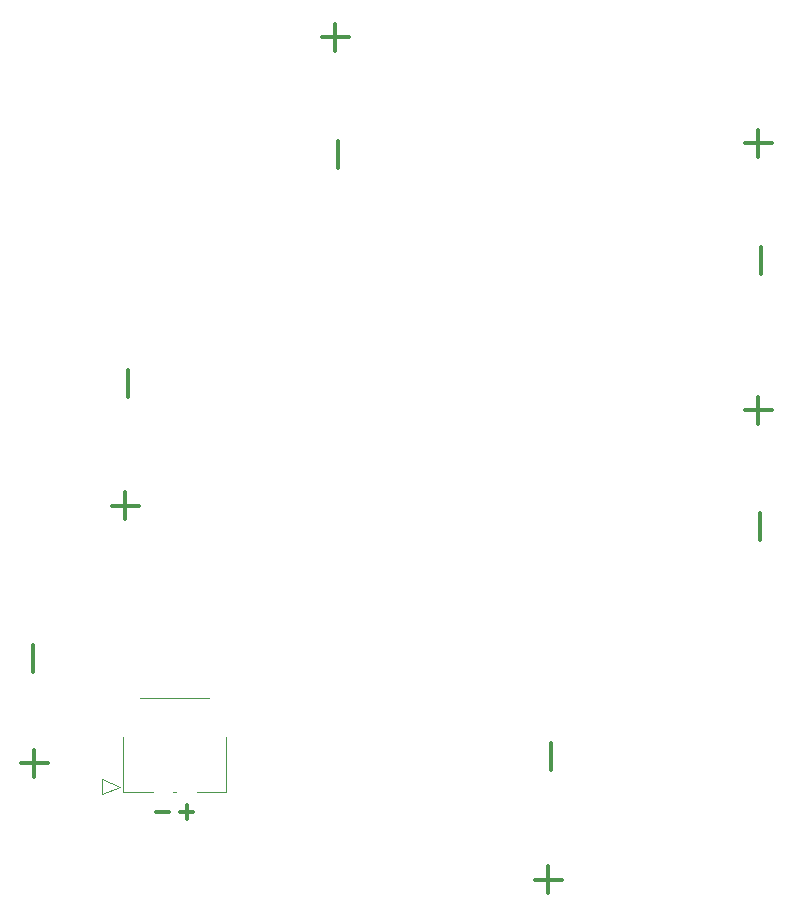
<source format=gbo>
G04 #@! TF.GenerationSoftware,KiCad,Pcbnew,7.0.1-0*
G04 #@! TF.CreationDate,2023-03-19T01:45:58-04:00*
G04 #@! TF.ProjectId,new-solar-cell-burn-wire,6e65772d-736f-46c6-9172-2d63656c6c2d,2*
G04 #@! TF.SameCoordinates,Original*
G04 #@! TF.FileFunction,Legend,Bot*
G04 #@! TF.FilePolarity,Positive*
%FSLAX46Y46*%
G04 Gerber Fmt 4.6, Leading zero omitted, Abs format (unit mm)*
G04 Created by KiCad (PCBNEW 7.0.1-0) date 2023-03-19 01:45:58*
%MOMM*%
%LPD*%
G01*
G04 APERTURE LIST*
%ADD10C,0.300000*%
%ADD11C,0.120000*%
%ADD12C,3.000000*%
%ADD13C,5.600000*%
%ADD14R,1.100000X1.450000*%
%ADD15R,1.350000X2.899999*%
G04 APERTURE END LIST*
D10*
X143542857Y-86645000D02*
X141257143Y-86645000D01*
X142400000Y-87787857D02*
X142400000Y-85502142D01*
X81045000Y-106557142D02*
X81045000Y-108842857D01*
X142555000Y-97642857D02*
X142555000Y-95357143D01*
X87657142Y-94755000D02*
X89942857Y-94755000D01*
X88799999Y-93612142D02*
X88799999Y-95897857D01*
X91378571Y-120652500D02*
X92521429Y-120652500D01*
X94571428Y-120672500D02*
X93428571Y-120672500D01*
X93999999Y-121243928D02*
X93999999Y-120101071D01*
X89045000Y-83257142D02*
X89045000Y-85542857D01*
X79957142Y-116555000D02*
X82242857Y-116555000D01*
X81099999Y-115412142D02*
X81099999Y-117697857D01*
X105447142Y-55065000D02*
X107732857Y-55065000D01*
X106589999Y-56207857D02*
X106589999Y-53922142D01*
X106835000Y-66122857D02*
X106835000Y-63837143D01*
X123467142Y-126425000D02*
X125752857Y-126425000D01*
X124609999Y-127567857D02*
X124609999Y-125282142D01*
X124855000Y-117162857D02*
X124855000Y-114877143D01*
X142635000Y-75122857D02*
X142635000Y-72837143D01*
X141247142Y-64065000D02*
X143532857Y-64065000D01*
X142389999Y-65207857D02*
X142389999Y-62922142D01*
D11*
X88371008Y-118550000D02*
X86847008Y-117915000D01*
X97374991Y-114345040D02*
X97374991Y-118975000D01*
X97374991Y-118975000D02*
X94870041Y-118975000D01*
X88625008Y-118975000D02*
X88625008Y-114345040D01*
X86847008Y-117915000D02*
X86847008Y-119185000D01*
X93129961Y-118975000D02*
X92870040Y-118975000D01*
X86847008Y-119185000D02*
X88371008Y-118550000D01*
X91129960Y-118975000D02*
X88625008Y-118975000D01*
X90084018Y-111025000D02*
X95915981Y-111025000D01*
%LPC*%
D12*
X84700000Y-116600000D03*
X84700000Y-107600000D03*
X110700000Y-55400000D03*
X110700000Y-64400000D03*
D13*
X125850000Y-42750000D03*
D12*
X84700000Y-94000000D03*
X84700000Y-85000000D03*
D13*
X98350000Y-42750000D03*
D12*
X146500000Y-87000000D03*
X146500000Y-96000000D03*
D13*
X98350000Y-138250000D03*
X125850000Y-138250000D03*
D12*
X120500000Y-125600000D03*
X120500000Y-116600000D03*
X146500000Y-64400000D03*
X146500000Y-73400000D03*
D14*
X92000000Y-118550000D03*
X94000001Y-118550000D03*
D15*
X89105002Y-112575001D03*
X96894997Y-112575001D03*
M02*

</source>
